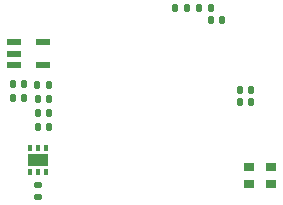
<source format=gbp>
%TF.GenerationSoftware,KiCad,Pcbnew,7.0.2*%
%TF.CreationDate,2023-07-30T22:12:35-04:00*%
%TF.ProjectId,CameraBoard,43616d65-7261-4426-9f61-72642e6b6963,rev?*%
%TF.SameCoordinates,Original*%
%TF.FileFunction,Paste,Bot*%
%TF.FilePolarity,Positive*%
%FSLAX46Y46*%
G04 Gerber Fmt 4.6, Leading zero omitted, Abs format (unit mm)*
G04 Created by KiCad (PCBNEW 7.0.2) date 2023-07-30 22:12:35*
%MOMM*%
%LPD*%
G01*
G04 APERTURE LIST*
G04 Aperture macros list*
%AMRoundRect*
0 Rectangle with rounded corners*
0 $1 Rounding radius*
0 $2 $3 $4 $5 $6 $7 $8 $9 X,Y pos of 4 corners*
0 Add a 4 corners polygon primitive as box body*
4,1,4,$2,$3,$4,$5,$6,$7,$8,$9,$2,$3,0*
0 Add four circle primitives for the rounded corners*
1,1,$1+$1,$2,$3*
1,1,$1+$1,$4,$5*
1,1,$1+$1,$6,$7*
1,1,$1+$1,$8,$9*
0 Add four rect primitives between the rounded corners*
20,1,$1+$1,$2,$3,$4,$5,0*
20,1,$1+$1,$4,$5,$6,$7,0*
20,1,$1+$1,$6,$7,$8,$9,0*
20,1,$1+$1,$8,$9,$2,$3,0*%
G04 Aperture macros list end*
%ADD10RoundRect,0.135000X0.135000X0.185000X-0.135000X0.185000X-0.135000X-0.185000X0.135000X-0.185000X0*%
%ADD11RoundRect,0.140000X-0.140000X-0.170000X0.140000X-0.170000X0.140000X0.170000X-0.140000X0.170000X0*%
%ADD12R,0.350000X0.600000*%
%ADD13R,1.700000X1.100000*%
%ADD14R,0.900000X0.800000*%
%ADD15RoundRect,0.140000X0.140000X0.170000X-0.140000X0.170000X-0.140000X-0.170000X0.140000X-0.170000X0*%
%ADD16R,1.200000X0.600000*%
%ADD17RoundRect,0.135000X-0.135000X-0.185000X0.135000X-0.185000X0.135000X0.185000X-0.135000X0.185000X0*%
%ADD18RoundRect,0.140000X-0.170000X0.140000X-0.170000X-0.140000X0.170000X-0.140000X0.170000X0.140000X0*%
G04 APERTURE END LIST*
D10*
X51120000Y-91800000D03*
X50100000Y-91800000D03*
D11*
X36470000Y-99490000D03*
X37430000Y-99490000D03*
D12*
X35850000Y-103590000D03*
X36500000Y-103590000D03*
X37150000Y-103590000D03*
X37150000Y-105690000D03*
X36500000Y-105690000D03*
X35850000Y-105690000D03*
D13*
X36500000Y-104640000D03*
D11*
X53590000Y-98680000D03*
X54550000Y-98680000D03*
X34382340Y-98233510D03*
X35342340Y-98233510D03*
D14*
X56250000Y-106700000D03*
X54400000Y-106700000D03*
X54400000Y-105250000D03*
X56250000Y-105250000D03*
D11*
X53600000Y-99700000D03*
X54560000Y-99700000D03*
X36470000Y-101890000D03*
X37430000Y-101890000D03*
D15*
X52080000Y-92800000D03*
X51120000Y-92800000D03*
D16*
X34450000Y-96590000D03*
X34450000Y-95640000D03*
X34450000Y-94690000D03*
X36950000Y-94690000D03*
X36950000Y-96590000D03*
D17*
X48090000Y-91800000D03*
X49110000Y-91800000D03*
D11*
X36450000Y-98290000D03*
X37410000Y-98290000D03*
X34362340Y-99433510D03*
X35322340Y-99433510D03*
D18*
X36500000Y-106800000D03*
X36500000Y-107760000D03*
D11*
X36470000Y-100690000D03*
X37430000Y-100690000D03*
M02*

</source>
